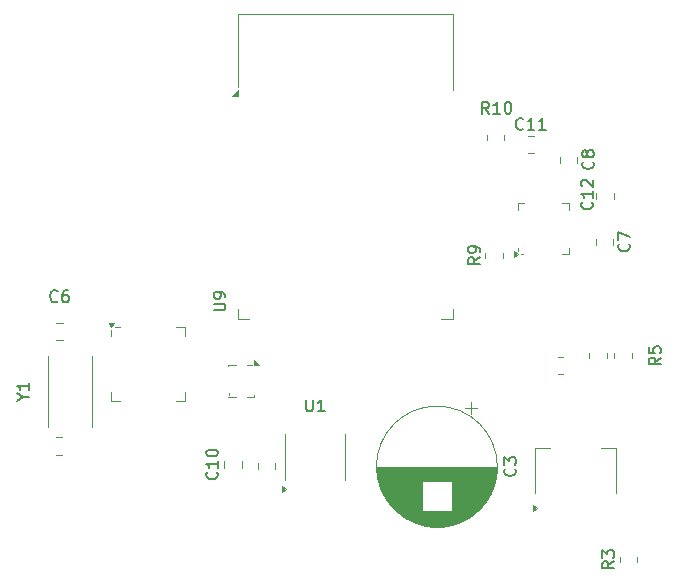
<source format=gbr>
%TF.GenerationSoftware,KiCad,Pcbnew,9.0.2*%
%TF.CreationDate,2025-07-16T17:06:44+05:30*%
%TF.ProjectId,CanSat,43616e53-6174-42e6-9b69-6361645f7063,rev?*%
%TF.SameCoordinates,Original*%
%TF.FileFunction,Legend,Top*%
%TF.FilePolarity,Positive*%
%FSLAX46Y46*%
G04 Gerber Fmt 4.6, Leading zero omitted, Abs format (unit mm)*
G04 Created by KiCad (PCBNEW 9.0.2) date 2025-07-16 17:06:44*
%MOMM*%
%LPD*%
G01*
G04 APERTURE LIST*
%ADD10C,0.150000*%
%ADD11C,0.120000*%
%ADD12C,0.100000*%
G04 APERTURE END LIST*
D10*
X134994819Y-70406904D02*
X135804342Y-70406904D01*
X135804342Y-70406904D02*
X135899580Y-70359285D01*
X135899580Y-70359285D02*
X135947200Y-70311666D01*
X135947200Y-70311666D02*
X135994819Y-70216428D01*
X135994819Y-70216428D02*
X135994819Y-70025952D01*
X135994819Y-70025952D02*
X135947200Y-69930714D01*
X135947200Y-69930714D02*
X135899580Y-69883095D01*
X135899580Y-69883095D02*
X135804342Y-69835476D01*
X135804342Y-69835476D02*
X134994819Y-69835476D01*
X135994819Y-69311666D02*
X135994819Y-69121190D01*
X135994819Y-69121190D02*
X135947200Y-69025952D01*
X135947200Y-69025952D02*
X135899580Y-68978333D01*
X135899580Y-68978333D02*
X135756723Y-68883095D01*
X135756723Y-68883095D02*
X135566247Y-68835476D01*
X135566247Y-68835476D02*
X135185295Y-68835476D01*
X135185295Y-68835476D02*
X135090057Y-68883095D01*
X135090057Y-68883095D02*
X135042438Y-68930714D01*
X135042438Y-68930714D02*
X134994819Y-69025952D01*
X134994819Y-69025952D02*
X134994819Y-69216428D01*
X134994819Y-69216428D02*
X135042438Y-69311666D01*
X135042438Y-69311666D02*
X135090057Y-69359285D01*
X135090057Y-69359285D02*
X135185295Y-69406904D01*
X135185295Y-69406904D02*
X135423390Y-69406904D01*
X135423390Y-69406904D02*
X135518628Y-69359285D01*
X135518628Y-69359285D02*
X135566247Y-69311666D01*
X135566247Y-69311666D02*
X135613866Y-69216428D01*
X135613866Y-69216428D02*
X135613866Y-69025952D01*
X135613866Y-69025952D02*
X135566247Y-68930714D01*
X135566247Y-68930714D02*
X135518628Y-68883095D01*
X135518628Y-68883095D02*
X135423390Y-68835476D01*
X135259580Y-84092857D02*
X135307200Y-84140476D01*
X135307200Y-84140476D02*
X135354819Y-84283333D01*
X135354819Y-84283333D02*
X135354819Y-84378571D01*
X135354819Y-84378571D02*
X135307200Y-84521428D01*
X135307200Y-84521428D02*
X135211961Y-84616666D01*
X135211961Y-84616666D02*
X135116723Y-84664285D01*
X135116723Y-84664285D02*
X134926247Y-84711904D01*
X134926247Y-84711904D02*
X134783390Y-84711904D01*
X134783390Y-84711904D02*
X134592914Y-84664285D01*
X134592914Y-84664285D02*
X134497676Y-84616666D01*
X134497676Y-84616666D02*
X134402438Y-84521428D01*
X134402438Y-84521428D02*
X134354819Y-84378571D01*
X134354819Y-84378571D02*
X134354819Y-84283333D01*
X134354819Y-84283333D02*
X134402438Y-84140476D01*
X134402438Y-84140476D02*
X134450057Y-84092857D01*
X135354819Y-83140476D02*
X135354819Y-83711904D01*
X135354819Y-83426190D02*
X134354819Y-83426190D01*
X134354819Y-83426190D02*
X134497676Y-83521428D01*
X134497676Y-83521428D02*
X134592914Y-83616666D01*
X134592914Y-83616666D02*
X134640533Y-83711904D01*
X134354819Y-82521428D02*
X134354819Y-82426190D01*
X134354819Y-82426190D02*
X134402438Y-82330952D01*
X134402438Y-82330952D02*
X134450057Y-82283333D01*
X134450057Y-82283333D02*
X134545295Y-82235714D01*
X134545295Y-82235714D02*
X134735771Y-82188095D01*
X134735771Y-82188095D02*
X134973866Y-82188095D01*
X134973866Y-82188095D02*
X135164342Y-82235714D01*
X135164342Y-82235714D02*
X135259580Y-82283333D01*
X135259580Y-82283333D02*
X135307200Y-82330952D01*
X135307200Y-82330952D02*
X135354819Y-82426190D01*
X135354819Y-82426190D02*
X135354819Y-82521428D01*
X135354819Y-82521428D02*
X135307200Y-82616666D01*
X135307200Y-82616666D02*
X135259580Y-82664285D01*
X135259580Y-82664285D02*
X135164342Y-82711904D01*
X135164342Y-82711904D02*
X134973866Y-82759523D01*
X134973866Y-82759523D02*
X134735771Y-82759523D01*
X134735771Y-82759523D02*
X134545295Y-82711904D01*
X134545295Y-82711904D02*
X134450057Y-82664285D01*
X134450057Y-82664285D02*
X134402438Y-82616666D01*
X134402438Y-82616666D02*
X134354819Y-82521428D01*
X167009580Y-61242857D02*
X167057200Y-61290476D01*
X167057200Y-61290476D02*
X167104819Y-61433333D01*
X167104819Y-61433333D02*
X167104819Y-61528571D01*
X167104819Y-61528571D02*
X167057200Y-61671428D01*
X167057200Y-61671428D02*
X166961961Y-61766666D01*
X166961961Y-61766666D02*
X166866723Y-61814285D01*
X166866723Y-61814285D02*
X166676247Y-61861904D01*
X166676247Y-61861904D02*
X166533390Y-61861904D01*
X166533390Y-61861904D02*
X166342914Y-61814285D01*
X166342914Y-61814285D02*
X166247676Y-61766666D01*
X166247676Y-61766666D02*
X166152438Y-61671428D01*
X166152438Y-61671428D02*
X166104819Y-61528571D01*
X166104819Y-61528571D02*
X166104819Y-61433333D01*
X166104819Y-61433333D02*
X166152438Y-61290476D01*
X166152438Y-61290476D02*
X166200057Y-61242857D01*
X167104819Y-60290476D02*
X167104819Y-60861904D01*
X167104819Y-60576190D02*
X166104819Y-60576190D01*
X166104819Y-60576190D02*
X166247676Y-60671428D01*
X166247676Y-60671428D02*
X166342914Y-60766666D01*
X166342914Y-60766666D02*
X166390533Y-60861904D01*
X166200057Y-59909523D02*
X166152438Y-59861904D01*
X166152438Y-59861904D02*
X166104819Y-59766666D01*
X166104819Y-59766666D02*
X166104819Y-59528571D01*
X166104819Y-59528571D02*
X166152438Y-59433333D01*
X166152438Y-59433333D02*
X166200057Y-59385714D01*
X166200057Y-59385714D02*
X166295295Y-59338095D01*
X166295295Y-59338095D02*
X166390533Y-59338095D01*
X166390533Y-59338095D02*
X166533390Y-59385714D01*
X166533390Y-59385714D02*
X167104819Y-59957142D01*
X167104819Y-59957142D02*
X167104819Y-59338095D01*
X167089580Y-57816666D02*
X167137200Y-57864285D01*
X167137200Y-57864285D02*
X167184819Y-58007142D01*
X167184819Y-58007142D02*
X167184819Y-58102380D01*
X167184819Y-58102380D02*
X167137200Y-58245237D01*
X167137200Y-58245237D02*
X167041961Y-58340475D01*
X167041961Y-58340475D02*
X166946723Y-58388094D01*
X166946723Y-58388094D02*
X166756247Y-58435713D01*
X166756247Y-58435713D02*
X166613390Y-58435713D01*
X166613390Y-58435713D02*
X166422914Y-58388094D01*
X166422914Y-58388094D02*
X166327676Y-58340475D01*
X166327676Y-58340475D02*
X166232438Y-58245237D01*
X166232438Y-58245237D02*
X166184819Y-58102380D01*
X166184819Y-58102380D02*
X166184819Y-58007142D01*
X166184819Y-58007142D02*
X166232438Y-57864285D01*
X166232438Y-57864285D02*
X166280057Y-57816666D01*
X166613390Y-57245237D02*
X166565771Y-57340475D01*
X166565771Y-57340475D02*
X166518152Y-57388094D01*
X166518152Y-57388094D02*
X166422914Y-57435713D01*
X166422914Y-57435713D02*
X166375295Y-57435713D01*
X166375295Y-57435713D02*
X166280057Y-57388094D01*
X166280057Y-57388094D02*
X166232438Y-57340475D01*
X166232438Y-57340475D02*
X166184819Y-57245237D01*
X166184819Y-57245237D02*
X166184819Y-57054761D01*
X166184819Y-57054761D02*
X166232438Y-56959523D01*
X166232438Y-56959523D02*
X166280057Y-56911904D01*
X166280057Y-56911904D02*
X166375295Y-56864285D01*
X166375295Y-56864285D02*
X166422914Y-56864285D01*
X166422914Y-56864285D02*
X166518152Y-56911904D01*
X166518152Y-56911904D02*
X166565771Y-56959523D01*
X166565771Y-56959523D02*
X166613390Y-57054761D01*
X166613390Y-57054761D02*
X166613390Y-57245237D01*
X166613390Y-57245237D02*
X166661009Y-57340475D01*
X166661009Y-57340475D02*
X166708628Y-57388094D01*
X166708628Y-57388094D02*
X166803866Y-57435713D01*
X166803866Y-57435713D02*
X166994342Y-57435713D01*
X166994342Y-57435713D02*
X167089580Y-57388094D01*
X167089580Y-57388094D02*
X167137200Y-57340475D01*
X167137200Y-57340475D02*
X167184819Y-57245237D01*
X167184819Y-57245237D02*
X167184819Y-57054761D01*
X167184819Y-57054761D02*
X167137200Y-56959523D01*
X167137200Y-56959523D02*
X167089580Y-56911904D01*
X167089580Y-56911904D02*
X166994342Y-56864285D01*
X166994342Y-56864285D02*
X166803866Y-56864285D01*
X166803866Y-56864285D02*
X166708628Y-56911904D01*
X166708628Y-56911904D02*
X166661009Y-56959523D01*
X166661009Y-56959523D02*
X166613390Y-57054761D01*
X168904819Y-91666666D02*
X168428628Y-91999999D01*
X168904819Y-92238094D02*
X167904819Y-92238094D01*
X167904819Y-92238094D02*
X167904819Y-91857142D01*
X167904819Y-91857142D02*
X167952438Y-91761904D01*
X167952438Y-91761904D02*
X168000057Y-91714285D01*
X168000057Y-91714285D02*
X168095295Y-91666666D01*
X168095295Y-91666666D02*
X168238152Y-91666666D01*
X168238152Y-91666666D02*
X168333390Y-91714285D01*
X168333390Y-91714285D02*
X168381009Y-91761904D01*
X168381009Y-91761904D02*
X168428628Y-91857142D01*
X168428628Y-91857142D02*
X168428628Y-92238094D01*
X167904819Y-91333332D02*
X167904819Y-90714285D01*
X167904819Y-90714285D02*
X168285771Y-91047618D01*
X168285771Y-91047618D02*
X168285771Y-90904761D01*
X168285771Y-90904761D02*
X168333390Y-90809523D01*
X168333390Y-90809523D02*
X168381009Y-90761904D01*
X168381009Y-90761904D02*
X168476247Y-90714285D01*
X168476247Y-90714285D02*
X168714342Y-90714285D01*
X168714342Y-90714285D02*
X168809580Y-90761904D01*
X168809580Y-90761904D02*
X168857200Y-90809523D01*
X168857200Y-90809523D02*
X168904819Y-90904761D01*
X168904819Y-90904761D02*
X168904819Y-91190475D01*
X168904819Y-91190475D02*
X168857200Y-91285713D01*
X168857200Y-91285713D02*
X168809580Y-91333332D01*
X160509580Y-83798989D02*
X160557200Y-83846608D01*
X160557200Y-83846608D02*
X160604819Y-83989465D01*
X160604819Y-83989465D02*
X160604819Y-84084703D01*
X160604819Y-84084703D02*
X160557200Y-84227560D01*
X160557200Y-84227560D02*
X160461961Y-84322798D01*
X160461961Y-84322798D02*
X160366723Y-84370417D01*
X160366723Y-84370417D02*
X160176247Y-84418036D01*
X160176247Y-84418036D02*
X160033390Y-84418036D01*
X160033390Y-84418036D02*
X159842914Y-84370417D01*
X159842914Y-84370417D02*
X159747676Y-84322798D01*
X159747676Y-84322798D02*
X159652438Y-84227560D01*
X159652438Y-84227560D02*
X159604819Y-84084703D01*
X159604819Y-84084703D02*
X159604819Y-83989465D01*
X159604819Y-83989465D02*
X159652438Y-83846608D01*
X159652438Y-83846608D02*
X159700057Y-83798989D01*
X159604819Y-83465655D02*
X159604819Y-82846608D01*
X159604819Y-82846608D02*
X159985771Y-83179941D01*
X159985771Y-83179941D02*
X159985771Y-83037084D01*
X159985771Y-83037084D02*
X160033390Y-82941846D01*
X160033390Y-82941846D02*
X160081009Y-82894227D01*
X160081009Y-82894227D02*
X160176247Y-82846608D01*
X160176247Y-82846608D02*
X160414342Y-82846608D01*
X160414342Y-82846608D02*
X160509580Y-82894227D01*
X160509580Y-82894227D02*
X160557200Y-82941846D01*
X160557200Y-82941846D02*
X160604819Y-83037084D01*
X160604819Y-83037084D02*
X160604819Y-83322798D01*
X160604819Y-83322798D02*
X160557200Y-83418036D01*
X160557200Y-83418036D02*
X160509580Y-83465655D01*
X172854819Y-74416666D02*
X172378628Y-74749999D01*
X172854819Y-74988094D02*
X171854819Y-74988094D01*
X171854819Y-74988094D02*
X171854819Y-74607142D01*
X171854819Y-74607142D02*
X171902438Y-74511904D01*
X171902438Y-74511904D02*
X171950057Y-74464285D01*
X171950057Y-74464285D02*
X172045295Y-74416666D01*
X172045295Y-74416666D02*
X172188152Y-74416666D01*
X172188152Y-74416666D02*
X172283390Y-74464285D01*
X172283390Y-74464285D02*
X172331009Y-74511904D01*
X172331009Y-74511904D02*
X172378628Y-74607142D01*
X172378628Y-74607142D02*
X172378628Y-74988094D01*
X171854819Y-73511904D02*
X171854819Y-73988094D01*
X171854819Y-73988094D02*
X172331009Y-74035713D01*
X172331009Y-74035713D02*
X172283390Y-73988094D01*
X172283390Y-73988094D02*
X172235771Y-73892856D01*
X172235771Y-73892856D02*
X172235771Y-73654761D01*
X172235771Y-73654761D02*
X172283390Y-73559523D01*
X172283390Y-73559523D02*
X172331009Y-73511904D01*
X172331009Y-73511904D02*
X172426247Y-73464285D01*
X172426247Y-73464285D02*
X172664342Y-73464285D01*
X172664342Y-73464285D02*
X172759580Y-73511904D01*
X172759580Y-73511904D02*
X172807200Y-73559523D01*
X172807200Y-73559523D02*
X172854819Y-73654761D01*
X172854819Y-73654761D02*
X172854819Y-73892856D01*
X172854819Y-73892856D02*
X172807200Y-73988094D01*
X172807200Y-73988094D02*
X172759580Y-74035713D01*
X121783333Y-69609580D02*
X121735714Y-69657200D01*
X121735714Y-69657200D02*
X121592857Y-69704819D01*
X121592857Y-69704819D02*
X121497619Y-69704819D01*
X121497619Y-69704819D02*
X121354762Y-69657200D01*
X121354762Y-69657200D02*
X121259524Y-69561961D01*
X121259524Y-69561961D02*
X121211905Y-69466723D01*
X121211905Y-69466723D02*
X121164286Y-69276247D01*
X121164286Y-69276247D02*
X121164286Y-69133390D01*
X121164286Y-69133390D02*
X121211905Y-68942914D01*
X121211905Y-68942914D02*
X121259524Y-68847676D01*
X121259524Y-68847676D02*
X121354762Y-68752438D01*
X121354762Y-68752438D02*
X121497619Y-68704819D01*
X121497619Y-68704819D02*
X121592857Y-68704819D01*
X121592857Y-68704819D02*
X121735714Y-68752438D01*
X121735714Y-68752438D02*
X121783333Y-68800057D01*
X122640476Y-68704819D02*
X122450000Y-68704819D01*
X122450000Y-68704819D02*
X122354762Y-68752438D01*
X122354762Y-68752438D02*
X122307143Y-68800057D01*
X122307143Y-68800057D02*
X122211905Y-68942914D01*
X122211905Y-68942914D02*
X122164286Y-69133390D01*
X122164286Y-69133390D02*
X122164286Y-69514342D01*
X122164286Y-69514342D02*
X122211905Y-69609580D01*
X122211905Y-69609580D02*
X122259524Y-69657200D01*
X122259524Y-69657200D02*
X122354762Y-69704819D01*
X122354762Y-69704819D02*
X122545238Y-69704819D01*
X122545238Y-69704819D02*
X122640476Y-69657200D01*
X122640476Y-69657200D02*
X122688095Y-69609580D01*
X122688095Y-69609580D02*
X122735714Y-69514342D01*
X122735714Y-69514342D02*
X122735714Y-69276247D01*
X122735714Y-69276247D02*
X122688095Y-69181009D01*
X122688095Y-69181009D02*
X122640476Y-69133390D01*
X122640476Y-69133390D02*
X122545238Y-69085771D01*
X122545238Y-69085771D02*
X122354762Y-69085771D01*
X122354762Y-69085771D02*
X122259524Y-69133390D01*
X122259524Y-69133390D02*
X122211905Y-69181009D01*
X122211905Y-69181009D02*
X122164286Y-69276247D01*
X170139580Y-64766666D02*
X170187200Y-64814285D01*
X170187200Y-64814285D02*
X170234819Y-64957142D01*
X170234819Y-64957142D02*
X170234819Y-65052380D01*
X170234819Y-65052380D02*
X170187200Y-65195237D01*
X170187200Y-65195237D02*
X170091961Y-65290475D01*
X170091961Y-65290475D02*
X169996723Y-65338094D01*
X169996723Y-65338094D02*
X169806247Y-65385713D01*
X169806247Y-65385713D02*
X169663390Y-65385713D01*
X169663390Y-65385713D02*
X169472914Y-65338094D01*
X169472914Y-65338094D02*
X169377676Y-65290475D01*
X169377676Y-65290475D02*
X169282438Y-65195237D01*
X169282438Y-65195237D02*
X169234819Y-65052380D01*
X169234819Y-65052380D02*
X169234819Y-64957142D01*
X169234819Y-64957142D02*
X169282438Y-64814285D01*
X169282438Y-64814285D02*
X169330057Y-64766666D01*
X169234819Y-64433332D02*
X169234819Y-63766666D01*
X169234819Y-63766666D02*
X170234819Y-64195237D01*
X161207142Y-55029580D02*
X161159523Y-55077200D01*
X161159523Y-55077200D02*
X161016666Y-55124819D01*
X161016666Y-55124819D02*
X160921428Y-55124819D01*
X160921428Y-55124819D02*
X160778571Y-55077200D01*
X160778571Y-55077200D02*
X160683333Y-54981961D01*
X160683333Y-54981961D02*
X160635714Y-54886723D01*
X160635714Y-54886723D02*
X160588095Y-54696247D01*
X160588095Y-54696247D02*
X160588095Y-54553390D01*
X160588095Y-54553390D02*
X160635714Y-54362914D01*
X160635714Y-54362914D02*
X160683333Y-54267676D01*
X160683333Y-54267676D02*
X160778571Y-54172438D01*
X160778571Y-54172438D02*
X160921428Y-54124819D01*
X160921428Y-54124819D02*
X161016666Y-54124819D01*
X161016666Y-54124819D02*
X161159523Y-54172438D01*
X161159523Y-54172438D02*
X161207142Y-54220057D01*
X162159523Y-55124819D02*
X161588095Y-55124819D01*
X161873809Y-55124819D02*
X161873809Y-54124819D01*
X161873809Y-54124819D02*
X161778571Y-54267676D01*
X161778571Y-54267676D02*
X161683333Y-54362914D01*
X161683333Y-54362914D02*
X161588095Y-54410533D01*
X163111904Y-55124819D02*
X162540476Y-55124819D01*
X162826190Y-55124819D02*
X162826190Y-54124819D01*
X162826190Y-54124819D02*
X162730952Y-54267676D01*
X162730952Y-54267676D02*
X162635714Y-54362914D01*
X162635714Y-54362914D02*
X162540476Y-54410533D01*
X158307142Y-53754819D02*
X157973809Y-53278628D01*
X157735714Y-53754819D02*
X157735714Y-52754819D01*
X157735714Y-52754819D02*
X158116666Y-52754819D01*
X158116666Y-52754819D02*
X158211904Y-52802438D01*
X158211904Y-52802438D02*
X158259523Y-52850057D01*
X158259523Y-52850057D02*
X158307142Y-52945295D01*
X158307142Y-52945295D02*
X158307142Y-53088152D01*
X158307142Y-53088152D02*
X158259523Y-53183390D01*
X158259523Y-53183390D02*
X158211904Y-53231009D01*
X158211904Y-53231009D02*
X158116666Y-53278628D01*
X158116666Y-53278628D02*
X157735714Y-53278628D01*
X159259523Y-53754819D02*
X158688095Y-53754819D01*
X158973809Y-53754819D02*
X158973809Y-52754819D01*
X158973809Y-52754819D02*
X158878571Y-52897676D01*
X158878571Y-52897676D02*
X158783333Y-52992914D01*
X158783333Y-52992914D02*
X158688095Y-53040533D01*
X159878571Y-52754819D02*
X159973809Y-52754819D01*
X159973809Y-52754819D02*
X160069047Y-52802438D01*
X160069047Y-52802438D02*
X160116666Y-52850057D01*
X160116666Y-52850057D02*
X160164285Y-52945295D01*
X160164285Y-52945295D02*
X160211904Y-53135771D01*
X160211904Y-53135771D02*
X160211904Y-53373866D01*
X160211904Y-53373866D02*
X160164285Y-53564342D01*
X160164285Y-53564342D02*
X160116666Y-53659580D01*
X160116666Y-53659580D02*
X160069047Y-53707200D01*
X160069047Y-53707200D02*
X159973809Y-53754819D01*
X159973809Y-53754819D02*
X159878571Y-53754819D01*
X159878571Y-53754819D02*
X159783333Y-53707200D01*
X159783333Y-53707200D02*
X159735714Y-53659580D01*
X159735714Y-53659580D02*
X159688095Y-53564342D01*
X159688095Y-53564342D02*
X159640476Y-53373866D01*
X159640476Y-53373866D02*
X159640476Y-53135771D01*
X159640476Y-53135771D02*
X159688095Y-52945295D01*
X159688095Y-52945295D02*
X159735714Y-52850057D01*
X159735714Y-52850057D02*
X159783333Y-52802438D01*
X159783333Y-52802438D02*
X159878571Y-52754819D01*
X118878628Y-77726190D02*
X119354819Y-77726190D01*
X118354819Y-78059523D02*
X118878628Y-77726190D01*
X118878628Y-77726190D02*
X118354819Y-77392857D01*
X119354819Y-76535714D02*
X119354819Y-77107142D01*
X119354819Y-76821428D02*
X118354819Y-76821428D01*
X118354819Y-76821428D02*
X118497676Y-76916666D01*
X118497676Y-76916666D02*
X118592914Y-77011904D01*
X118592914Y-77011904D02*
X118640533Y-77107142D01*
X157554819Y-65916666D02*
X157078628Y-66249999D01*
X157554819Y-66488094D02*
X156554819Y-66488094D01*
X156554819Y-66488094D02*
X156554819Y-66107142D01*
X156554819Y-66107142D02*
X156602438Y-66011904D01*
X156602438Y-66011904D02*
X156650057Y-65964285D01*
X156650057Y-65964285D02*
X156745295Y-65916666D01*
X156745295Y-65916666D02*
X156888152Y-65916666D01*
X156888152Y-65916666D02*
X156983390Y-65964285D01*
X156983390Y-65964285D02*
X157031009Y-66011904D01*
X157031009Y-66011904D02*
X157078628Y-66107142D01*
X157078628Y-66107142D02*
X157078628Y-66488094D01*
X157554819Y-65440475D02*
X157554819Y-65249999D01*
X157554819Y-65249999D02*
X157507200Y-65154761D01*
X157507200Y-65154761D02*
X157459580Y-65107142D01*
X157459580Y-65107142D02*
X157316723Y-65011904D01*
X157316723Y-65011904D02*
X157126247Y-64964285D01*
X157126247Y-64964285D02*
X156745295Y-64964285D01*
X156745295Y-64964285D02*
X156650057Y-65011904D01*
X156650057Y-65011904D02*
X156602438Y-65059523D01*
X156602438Y-65059523D02*
X156554819Y-65154761D01*
X156554819Y-65154761D02*
X156554819Y-65345237D01*
X156554819Y-65345237D02*
X156602438Y-65440475D01*
X156602438Y-65440475D02*
X156650057Y-65488094D01*
X156650057Y-65488094D02*
X156745295Y-65535713D01*
X156745295Y-65535713D02*
X156983390Y-65535713D01*
X156983390Y-65535713D02*
X157078628Y-65488094D01*
X157078628Y-65488094D02*
X157126247Y-65440475D01*
X157126247Y-65440475D02*
X157173866Y-65345237D01*
X157173866Y-65345237D02*
X157173866Y-65154761D01*
X157173866Y-65154761D02*
X157126247Y-65059523D01*
X157126247Y-65059523D02*
X157078628Y-65011904D01*
X157078628Y-65011904D02*
X156983390Y-64964285D01*
X142838095Y-77954819D02*
X142838095Y-78764342D01*
X142838095Y-78764342D02*
X142885714Y-78859580D01*
X142885714Y-78859580D02*
X142933333Y-78907200D01*
X142933333Y-78907200D02*
X143028571Y-78954819D01*
X143028571Y-78954819D02*
X143219047Y-78954819D01*
X143219047Y-78954819D02*
X143314285Y-78907200D01*
X143314285Y-78907200D02*
X143361904Y-78859580D01*
X143361904Y-78859580D02*
X143409523Y-78764342D01*
X143409523Y-78764342D02*
X143409523Y-77954819D01*
X144409523Y-78954819D02*
X143838095Y-78954819D01*
X144123809Y-78954819D02*
X144123809Y-77954819D01*
X144123809Y-77954819D02*
X144028571Y-78097676D01*
X144028571Y-78097676D02*
X143933333Y-78192914D01*
X143933333Y-78192914D02*
X143838095Y-78240533D01*
D11*
%TO.C,U9*%
X137030000Y-45355000D02*
X137030000Y-51515000D01*
X137030000Y-45355000D02*
X155270000Y-45355000D01*
X137030000Y-70315000D02*
X137030000Y-71095000D01*
X137030000Y-71095000D02*
X138030000Y-71095000D01*
X155270000Y-45355000D02*
X155270000Y-51770000D01*
X155270000Y-70315000D02*
X155270000Y-71095000D01*
X155270000Y-71095000D02*
X154270000Y-71095000D01*
X137025000Y-52240000D02*
X136525000Y-52240000D01*
X137025000Y-51740000D01*
X137025000Y-52240000D01*
G36*
X137025000Y-52240000D02*
G01*
X136525000Y-52240000D01*
X137025000Y-51740000D01*
X137025000Y-52240000D01*
G37*
%TO.C,C9*%
X122161252Y-81165000D02*
X121638748Y-81165000D01*
X122161252Y-82635000D02*
X121638748Y-82635000D01*
%TO.C,C10*%
X135915000Y-83711252D02*
X135915000Y-83188748D01*
X137385000Y-83711252D02*
X137385000Y-83188748D01*
%TO.C,U7*%
X160750000Y-61350000D02*
X160750000Y-61875000D01*
X160750000Y-61350000D02*
X161275000Y-61350000D01*
X160750000Y-65125000D02*
X160750000Y-65350000D01*
X161215000Y-65650000D02*
X160990000Y-65650000D01*
X165050000Y-61350000D02*
X164525000Y-61350000D01*
X165050000Y-61350000D02*
X165050000Y-61875000D01*
X165050000Y-65650000D02*
X164525000Y-65650000D01*
X165050000Y-65650000D02*
X165050000Y-65125000D01*
X160750000Y-65650000D02*
X160420000Y-65890000D01*
X160420000Y-65410000D01*
X160750000Y-65650000D01*
G36*
X160750000Y-65650000D02*
G01*
X160420000Y-65890000D01*
X160420000Y-65410000D01*
X160750000Y-65650000D01*
G37*
%TO.C,C12*%
X167415000Y-61011252D02*
X167415000Y-60488748D01*
X168885000Y-61011252D02*
X168885000Y-60488748D01*
%TO.C,C8*%
X164315000Y-57388748D02*
X164315000Y-57911252D01*
X165785000Y-57388748D02*
X165785000Y-57911252D01*
%TO.C,R3*%
X169365000Y-91727064D02*
X169365000Y-91272936D01*
X170835000Y-91727064D02*
X170835000Y-91272936D01*
%TO.C,C3*%
X152660000Y-84912323D02*
X148983000Y-84912323D01*
X152660000Y-84952323D02*
X148993000Y-84952323D01*
X152660000Y-84992323D02*
X149004000Y-84992323D01*
X152660000Y-85032323D02*
X149015000Y-85032323D01*
X152660000Y-85072323D02*
X149027000Y-85072323D01*
X152660000Y-85112323D02*
X149039000Y-85112323D01*
X152660000Y-85152323D02*
X149051000Y-85152323D01*
X152660000Y-85192323D02*
X149063000Y-85192323D01*
X152660000Y-85232323D02*
X149076000Y-85232323D01*
X152660000Y-85272323D02*
X149090000Y-85272323D01*
X152660000Y-85312323D02*
X149103000Y-85312323D01*
X152660000Y-85352323D02*
X149118000Y-85352323D01*
X152660000Y-85392323D02*
X149132000Y-85392323D01*
X152660000Y-85432323D02*
X149147000Y-85432323D01*
X152660000Y-85472323D02*
X149162000Y-85472323D01*
X152660000Y-85512323D02*
X149178000Y-85512323D01*
X152660000Y-85552323D02*
X149194000Y-85552323D01*
X152660000Y-85592323D02*
X149210000Y-85592323D01*
X152660000Y-85632323D02*
X149227000Y-85632323D01*
X152660000Y-85672323D02*
X149244000Y-85672323D01*
X152660000Y-85712323D02*
X149262000Y-85712323D01*
X152660000Y-85752323D02*
X149280000Y-85752323D01*
X152660000Y-85792323D02*
X149298000Y-85792323D01*
X152660000Y-85832323D02*
X149317000Y-85832323D01*
X152660000Y-85872323D02*
X149336000Y-85872323D01*
X152660000Y-85912323D02*
X149356000Y-85912323D01*
X152660000Y-85952323D02*
X149376000Y-85952323D01*
X152660000Y-85992323D02*
X149396000Y-85992323D01*
X152660000Y-86032323D02*
X149417000Y-86032323D01*
X152660000Y-86072323D02*
X149439000Y-86072323D01*
X152660000Y-86112323D02*
X149461000Y-86112323D01*
X152660000Y-86152323D02*
X149483000Y-86152323D01*
X152660000Y-86192323D02*
X149506000Y-86192323D01*
X152660000Y-86232323D02*
X149529000Y-86232323D01*
X152660000Y-86272323D02*
X149553000Y-86272323D01*
X152660000Y-86312323D02*
X149577000Y-86312323D01*
X152660000Y-86352323D02*
X149602000Y-86352323D01*
X152660000Y-86392323D02*
X149628000Y-86392323D01*
X152660000Y-86432323D02*
X149653000Y-86432323D01*
X152660000Y-86472323D02*
X149680000Y-86472323D01*
X152660000Y-86512323D02*
X149707000Y-86512323D01*
X152660000Y-86552323D02*
X149734000Y-86552323D01*
X152660000Y-86592323D02*
X149762000Y-86592323D01*
X152660000Y-86632323D02*
X149791000Y-86632323D01*
X152660000Y-86672323D02*
X149820000Y-86672323D01*
X152660000Y-86712323D02*
X149850000Y-86712323D01*
X152660000Y-86752323D02*
X149880000Y-86752323D01*
X152660000Y-86792323D02*
X149912000Y-86792323D01*
X152660000Y-86832323D02*
X149943000Y-86832323D01*
X152660000Y-86872323D02*
X149976000Y-86872323D01*
X152660000Y-86912323D02*
X150009000Y-86912323D01*
X152660000Y-86952323D02*
X150042000Y-86952323D01*
X152660000Y-86992323D02*
X150077000Y-86992323D01*
X152660000Y-87032323D02*
X150112000Y-87032323D01*
X152660000Y-87072323D02*
X150148000Y-87072323D01*
X152660000Y-87112323D02*
X150184000Y-87112323D01*
X152660000Y-87152323D02*
X150222000Y-87152323D01*
X152660000Y-87192323D02*
X150260000Y-87192323D01*
X152660000Y-87232323D02*
X150299000Y-87232323D01*
X152660000Y-87272323D02*
X150339000Y-87272323D01*
X152660000Y-87312323D02*
X150380000Y-87312323D01*
X152660000Y-87352323D02*
X150422000Y-87352323D01*
X154499000Y-88712323D02*
X153301000Y-88712323D01*
X154762000Y-88672323D02*
X153038000Y-88672323D01*
X154962000Y-88632323D02*
X152838000Y-88632323D01*
X155130000Y-88592323D02*
X152670000Y-88592323D01*
X155277000Y-88552323D02*
X152523000Y-88552323D01*
X155409000Y-88512323D02*
X152391000Y-88512323D01*
X155530000Y-88472323D02*
X152270000Y-88472323D01*
X155642000Y-88432323D02*
X152158000Y-88432323D01*
X155746000Y-88392323D02*
X152054000Y-88392323D01*
X155844000Y-88352323D02*
X151956000Y-88352323D01*
X155937000Y-88312323D02*
X151863000Y-88312323D01*
X156024000Y-88272323D02*
X151776000Y-88272323D01*
X156108000Y-88232323D02*
X151692000Y-88232323D01*
X156188000Y-88192323D02*
X151612000Y-88192323D01*
X156265000Y-88152323D02*
X151535000Y-88152323D01*
X156339000Y-88112323D02*
X151461000Y-88112323D01*
X156410000Y-88072323D02*
X151390000Y-88072323D01*
X156478000Y-88032323D02*
X151322000Y-88032323D01*
X156544000Y-87992323D02*
X151256000Y-87992323D01*
X156608000Y-87952323D02*
X151192000Y-87952323D01*
X156670000Y-87912323D02*
X151130000Y-87912323D01*
X156730000Y-87872323D02*
X151070000Y-87872323D01*
X156775000Y-78152677D02*
X156775000Y-79152677D01*
X156788000Y-87832323D02*
X151012000Y-87832323D01*
X156845000Y-87792323D02*
X150955000Y-87792323D01*
X156900000Y-87752323D02*
X150900000Y-87752323D01*
X156953000Y-87712323D02*
X150847000Y-87712323D01*
X157005000Y-87672323D02*
X150795000Y-87672323D01*
X157056000Y-87632323D02*
X150744000Y-87632323D01*
X157105000Y-87592323D02*
X150695000Y-87592323D01*
X157154000Y-87552323D02*
X150646000Y-87552323D01*
X157201000Y-87512323D02*
X150599000Y-87512323D01*
X157247000Y-87472323D02*
X150553000Y-87472323D01*
X157275000Y-78652677D02*
X156275000Y-78652677D01*
X157291000Y-87432323D02*
X150509000Y-87432323D01*
X157335000Y-87392323D02*
X150465000Y-87392323D01*
X157378000Y-87352323D02*
X155140000Y-87352323D01*
X157420000Y-87312323D02*
X155140000Y-87312323D01*
X157461000Y-87272323D02*
X155140000Y-87272323D01*
X157501000Y-87232323D02*
X155140000Y-87232323D01*
X157540000Y-87192323D02*
X155140000Y-87192323D01*
X157578000Y-87152323D02*
X155140000Y-87152323D01*
X157616000Y-87112323D02*
X155140000Y-87112323D01*
X157652000Y-87072323D02*
X155140000Y-87072323D01*
X157688000Y-87032323D02*
X155140000Y-87032323D01*
X157723000Y-86992323D02*
X155140000Y-86992323D01*
X157758000Y-86952323D02*
X155140000Y-86952323D01*
X157791000Y-86912323D02*
X155140000Y-86912323D01*
X157824000Y-86872323D02*
X155140000Y-86872323D01*
X157857000Y-86832323D02*
X155140000Y-86832323D01*
X157888000Y-86792323D02*
X155140000Y-86792323D01*
X157920000Y-86752323D02*
X155140000Y-86752323D01*
X157950000Y-86712323D02*
X155140000Y-86712323D01*
X157980000Y-86672323D02*
X155140000Y-86672323D01*
X158009000Y-86632323D02*
X155140000Y-86632323D01*
X158038000Y-86592323D02*
X155140000Y-86592323D01*
X158066000Y-86552323D02*
X155140000Y-86552323D01*
X158093000Y-86512323D02*
X155140000Y-86512323D01*
X158120000Y-86472323D02*
X155140000Y-86472323D01*
X158147000Y-86432323D02*
X155140000Y-86432323D01*
X158172000Y-86392323D02*
X155140000Y-86392323D01*
X158198000Y-86352323D02*
X155140000Y-86352323D01*
X158223000Y-86312323D02*
X155140000Y-86312323D01*
X158247000Y-86272323D02*
X155140000Y-86272323D01*
X158271000Y-86232323D02*
X155140000Y-86232323D01*
X158294000Y-86192323D02*
X155140000Y-86192323D01*
X158317000Y-86152323D02*
X155140000Y-86152323D01*
X158339000Y-86112323D02*
X155140000Y-86112323D01*
X158361000Y-86072323D02*
X155140000Y-86072323D01*
X158383000Y-86032323D02*
X155140000Y-86032323D01*
X158404000Y-85992323D02*
X155140000Y-85992323D01*
X158424000Y-85952323D02*
X155140000Y-85952323D01*
X158444000Y-85912323D02*
X155140000Y-85912323D01*
X158464000Y-85872323D02*
X155140000Y-85872323D01*
X158483000Y-85832323D02*
X155140000Y-85832323D01*
X158502000Y-85792323D02*
X155140000Y-85792323D01*
X158520000Y-85752323D02*
X155140000Y-85752323D01*
X158538000Y-85712323D02*
X155140000Y-85712323D01*
X158556000Y-85672323D02*
X155140000Y-85672323D01*
X158573000Y-85632323D02*
X155140000Y-85632323D01*
X158590000Y-85592323D02*
X155140000Y-85592323D01*
X158606000Y-85552323D02*
X155140000Y-85552323D01*
X158622000Y-85512323D02*
X155140000Y-85512323D01*
X158638000Y-85472323D02*
X155140000Y-85472323D01*
X158653000Y-85432323D02*
X155140000Y-85432323D01*
X158668000Y-85392323D02*
X155140000Y-85392323D01*
X158682000Y-85352323D02*
X155140000Y-85352323D01*
X158697000Y-85312323D02*
X155140000Y-85312323D01*
X158710000Y-85272323D02*
X155140000Y-85272323D01*
X158724000Y-85232323D02*
X155140000Y-85232323D01*
X158737000Y-85192323D02*
X155140000Y-85192323D01*
X158749000Y-85152323D02*
X155140000Y-85152323D01*
X158761000Y-85112323D02*
X155140000Y-85112323D01*
X158773000Y-85072323D02*
X155140000Y-85072323D01*
X158785000Y-85032323D02*
X155140000Y-85032323D01*
X158796000Y-84992323D02*
X155140000Y-84992323D01*
X158807000Y-84952323D02*
X155140000Y-84952323D01*
X158817000Y-84912323D02*
X155140000Y-84912323D01*
X158828000Y-84872323D02*
X148972000Y-84872323D01*
X158837000Y-84832323D02*
X148963000Y-84832323D01*
X158847000Y-84792323D02*
X148953000Y-84792323D01*
X158856000Y-84752323D02*
X148944000Y-84752323D01*
X158865000Y-84712323D02*
X148935000Y-84712323D01*
X158873000Y-84672323D02*
X148927000Y-84672323D01*
X158881000Y-84632323D02*
X148919000Y-84632323D01*
X158889000Y-84592323D02*
X148911000Y-84592323D01*
X158897000Y-84552323D02*
X148903000Y-84552323D01*
X158904000Y-84512323D02*
X148896000Y-84512323D01*
X158911000Y-84472323D02*
X148889000Y-84472323D01*
X158917000Y-84432323D02*
X148883000Y-84432323D01*
X158923000Y-84392323D02*
X148877000Y-84392323D01*
X158929000Y-84352323D02*
X148871000Y-84352323D01*
X158935000Y-84312323D02*
X148865000Y-84312323D01*
X158940000Y-84272323D02*
X148860000Y-84272323D01*
X158945000Y-84232323D02*
X148855000Y-84232323D01*
X158949000Y-84192323D02*
X148851000Y-84192323D01*
X158954000Y-84152323D02*
X148846000Y-84152323D01*
X158957000Y-84112323D02*
X148843000Y-84112323D01*
X158961000Y-84072323D02*
X148839000Y-84072323D01*
X158964000Y-84032323D02*
X148836000Y-84032323D01*
X158967000Y-83992323D02*
X148833000Y-83992323D01*
X158970000Y-83952323D02*
X148830000Y-83952323D01*
X158972000Y-83912323D02*
X148828000Y-83912323D01*
X158974000Y-83872323D02*
X148826000Y-83872323D01*
X158976000Y-83832323D02*
X148824000Y-83832323D01*
X158977000Y-83792323D02*
X148823000Y-83792323D01*
X158979000Y-83712323D02*
X148821000Y-83712323D01*
X158979000Y-83752323D02*
X148821000Y-83752323D01*
X158980000Y-83632323D02*
X148820000Y-83632323D01*
X158980000Y-83672323D02*
X148820000Y-83672323D01*
X159020000Y-83632323D02*
G75*
G02*
X148780000Y-83632323I-5120000J0D01*
G01*
X148780000Y-83632323D02*
G75*
G02*
X159020000Y-83632323I5120000J0D01*
G01*
%TO.C,R5*%
X168915000Y-74477064D02*
X168915000Y-74022936D01*
X170385000Y-74477064D02*
X170385000Y-74022936D01*
%TO.C,R7*%
X166815000Y-74477064D02*
X166815000Y-74022936D01*
X168285000Y-74477064D02*
X168285000Y-74022936D01*
%TO.C,U8*%
X126340000Y-72590000D02*
X126340000Y-72080000D01*
X126340000Y-78060000D02*
X126340000Y-77310000D01*
X127090000Y-71840000D02*
X126640000Y-71840000D01*
X127090000Y-78060000D02*
X126340000Y-78060000D01*
X131810000Y-71840000D02*
X132560000Y-71840000D01*
X131810000Y-78060000D02*
X132560000Y-78060000D01*
X132560000Y-71840000D02*
X132560000Y-72590000D01*
X132560000Y-78060000D02*
X132560000Y-77310000D01*
X126340000Y-71840000D02*
X126100000Y-71510000D01*
X126580000Y-71510000D01*
X126340000Y-71840000D01*
G36*
X126340000Y-71840000D02*
G01*
X126100000Y-71510000D01*
X126580000Y-71510000D01*
X126340000Y-71840000D01*
G37*
%TO.C,C6*%
X122211252Y-71465000D02*
X121688748Y-71465000D01*
X122211252Y-72935000D02*
X121688748Y-72935000D01*
%TO.C,C7*%
X167365000Y-64338748D02*
X167365000Y-64861252D01*
X168835000Y-64338748D02*
X168835000Y-64861252D01*
%TO.C,TH1*%
X164122936Y-74365000D02*
X164577064Y-74365000D01*
X164122936Y-75835000D02*
X164577064Y-75835000D01*
%TO.C,C11*%
X161588748Y-55615000D02*
X162111252Y-55615000D01*
X161588748Y-57085000D02*
X162111252Y-57085000D01*
%TO.C,R10*%
X158115000Y-55522936D02*
X158115000Y-55977064D01*
X159585000Y-55522936D02*
X159585000Y-55977064D01*
D12*
%TO.C,U6*%
X136250000Y-75000000D02*
X136250000Y-75150000D01*
X136250000Y-75000000D02*
X136890000Y-75000000D01*
X136250000Y-77700000D02*
X136890000Y-77700000D01*
X136275000Y-77425000D02*
X136275000Y-77575000D01*
X137810000Y-75000000D02*
X138250000Y-75000000D01*
X137810000Y-77700000D02*
X138450000Y-77700000D01*
X138450000Y-77550000D02*
X138450000Y-77700000D01*
X138810000Y-75000000D02*
X138450000Y-75000000D01*
X138450000Y-74640000D01*
X138810000Y-75000000D01*
G36*
X138810000Y-75000000D02*
G01*
X138450000Y-75000000D01*
X138450000Y-74640000D01*
X138810000Y-75000000D01*
G37*
D11*
%TO.C,Y1*%
X120990000Y-74250000D02*
X120990000Y-80250000D01*
X124710000Y-74250000D02*
X124710000Y-80250000D01*
%TO.C,R9*%
X158015000Y-65977064D02*
X158015000Y-65522936D01*
X159485000Y-65977064D02*
X159485000Y-65522936D01*
%TO.C,C5*%
X138765000Y-83288748D02*
X138765000Y-83811252D01*
X140235000Y-83288748D02*
X140235000Y-83811252D01*
%TO.C,U3*%
X162240000Y-82090000D02*
X163500000Y-82090000D01*
X162240000Y-85850000D02*
X162240000Y-82090000D01*
X169060000Y-82090000D02*
X167800000Y-82090000D01*
X169060000Y-85850000D02*
X169060000Y-82090000D01*
X162340000Y-87130000D02*
X162010000Y-87370000D01*
X162010000Y-86890000D01*
X162340000Y-87130000D01*
G36*
X162340000Y-87130000D02*
G01*
X162010000Y-87370000D01*
X162010000Y-86890000D01*
X162340000Y-87130000D01*
G37*
%TO.C,U1*%
X141040000Y-82850000D02*
X141040000Y-80900000D01*
X141040000Y-82850000D02*
X141040000Y-84800000D01*
X146160000Y-82850000D02*
X146160000Y-80900000D01*
X146160000Y-82850000D02*
X146160000Y-84800000D01*
X141135000Y-85550000D02*
X140805000Y-85790000D01*
X140805000Y-85310000D01*
X141135000Y-85550000D01*
G36*
X141135000Y-85550000D02*
G01*
X140805000Y-85790000D01*
X140805000Y-85310000D01*
X141135000Y-85550000D01*
G37*
%TD*%
M02*

</source>
